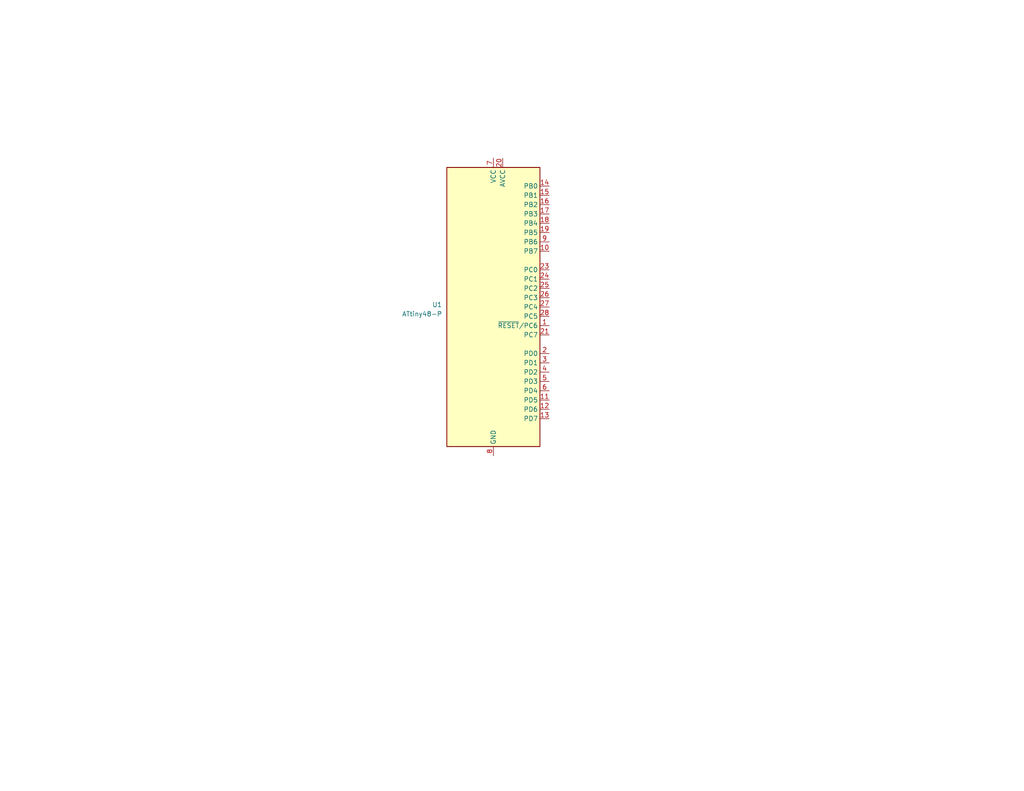
<source format=kicad_sch>
(kicad_sch (version 20230121) (generator eeschema)
  (paper "USLetter")
  (title_block (title "SWR Display") (date "2023-05-23") (rev "v0.1"))
  (lib_symbols
    (symbol "MCU_Microchip_ATtiny:ATtiny48-P"
      (property "Reference" "U" (at -12.7 39.37 0))
      (property "Value" "ATtiny48-P" (at 2.54 -39.37 0))
      (symbol "ATtiny48-P_0_1"
        (rectangle (start -12.7 -38.1) (end 12.7 38.1) (stroke (width 0.254)) (fill (type background)))
      )
      (symbol "ATtiny48-P_1_1"
        (pin bidirectional line (at 15.24 -5.08 180) (length 2.54) (name "~{RESET}/PC6") (number "1"))
        (pin bidirectional line (at 15.24 15.24 180) (length 2.54) (name "PB7") (number "10"))
        (pin bidirectional line (at 15.24 -25.4 180) (length 2.54) (name "PD5") (number "11"))
        (pin bidirectional line (at 15.24 -27.94 180) (length 2.54) (name "PD6") (number "12"))
        (pin bidirectional line (at 15.24 -30.48 180) (length 2.54) (name "PD7") (number "13"))
        (pin bidirectional line (at 15.24 33.02 180) (length 2.54) (name "PB0") (number "14"))
        (pin bidirectional line (at 15.24 30.48 180) (length 2.54) (name "PB1") (number "15"))
        (pin bidirectional line (at 15.24 27.94 180) (length 2.54) (name "PB2") (number "16"))
        (pin bidirectional line (at 15.24 25.4 180) (length 2.54) (name "PB3") (number "17"))
        (pin bidirectional line (at 15.24 22.86 180) (length 2.54) (name "PB4") (number "18"))
        (pin bidirectional line (at 15.24 20.32 180) (length 2.54) (name "PB5") (number "19"))
        (pin bidirectional line (at 15.24 -12.7 180) (length 2.54) (name "PD0") (number "2"))
        (pin power_in line (at 2.54 40.64 270) (length 2.54) (name "AVCC") (number "20"))
        (pin bidirectional line (at 15.24 -7.62 180) (length 2.54) (name "PC7") (number "21"))
        (pin passive line (at 0 -40.64 90) (length 2.54) hide (name "GND") (number "22"))
        (pin bidirectional line (at 15.24 10.16 180) (length 2.54) (name "PC0") (number "23"))
        (pin bidirectional line (at 15.24 7.62 180) (length 2.54) (name "PC1") (number "24"))
        (pin bidirectional line (at 15.24 5.08 180) (length 2.54) (name "PC2") (number "25"))
        (pin bidirectional line (at 15.24 2.54 180) (length 2.54) (name "PC3") (number "26"))
        (pin bidirectional line (at 15.24 0 180) (length 2.54) (name "PC4") (number "27"))
        (pin bidirectional line (at 15.24 -2.54 180) (length 2.54) (name "PC5") (number "28"))
        (pin bidirectional line (at 15.24 -15.24 180) (length 2.54) (name "PD1") (number "3"))
        (pin bidirectional line (at 15.24 -17.78 180) (length 2.54) (name "PD2") (number "4"))
        (pin bidirectional line (at 15.24 -20.32 180) (length 2.54) (name "PD3") (number "5"))
        (pin bidirectional line (at 15.24 -22.86 180) (length 2.54) (name "PD4") (number "6"))
        (pin power_in line (at 0 40.64 270) (length 2.54) (name "VCC") (number "7"))
        (pin power_in line (at 0 -40.64 90) (length 2.54) (name "GND") (number "8"))
        (pin bidirectional line (at 15.24 17.78 180) (length 2.54) (name "PB6") (number "9"))
      )
    )
  )
  (symbol (lib_id "MCU_Microchip_ATtiny:ATtiny48-P") (at 134.62 83.82 0) (unit 1)
    (property "Reference" "U1" (at 120.65 83.185 0) (effects (justify right)))
    (property "Value" "ATtiny48-P" (at 120.65 85.725 0) (effects (justify right)))
    (property "Footprint" "Package_DIP:DIP-28_W7.62mm" (effects hide))
    (property "Datasheet" "http://ww1.microchip.com/downloads/en/DeviceDoc/doc8008.pdf" (effects hide))
  )
)
</source>
